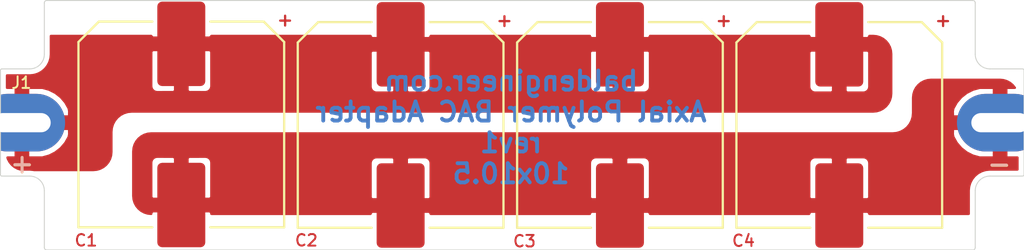
<source format=kicad_pcb>
(kicad_pcb (version 20171130) (host pcbnew "(5.1.7)-1")

  (general
    (thickness 1.6)
    (drawings 29)
    (tracks 0)
    (zones 0)
    (modules 6)
    (nets 3)
  )

  (page A4)
  (layers
    (0 F.Cu signal hide)
    (31 B.Cu signal)
    (32 B.Adhes user)
    (33 F.Adhes user)
    (34 B.Paste user)
    (35 F.Paste user)
    (36 B.SilkS user)
    (37 F.SilkS user)
    (38 B.Mask user)
    (39 F.Mask user)
    (40 Dwgs.User user)
    (41 Cmts.User user)
    (42 Eco1.User user)
    (43 Eco2.User user)
    (44 Edge.Cuts user)
    (45 Margin user)
    (46 B.CrtYd user hide)
    (47 F.CrtYd user hide)
    (48 B.Fab user hide)
    (49 F.Fab user hide)
  )

  (setup
    (last_trace_width 0.25)
    (trace_clearance 0.2)
    (zone_clearance 0.254)
    (zone_45_only no)
    (trace_min 0.2)
    (via_size 0.8)
    (via_drill 0.4)
    (via_min_size 0.4)
    (via_min_drill 0.3)
    (uvia_size 0.3)
    (uvia_drill 0.1)
    (uvias_allowed no)
    (uvia_min_size 0.2)
    (uvia_min_drill 0.1)
    (edge_width 0.05)
    (segment_width 0.2)
    (pcb_text_width 0.3)
    (pcb_text_size 1.5 1.5)
    (mod_edge_width 0.12)
    (mod_text_size 1 1)
    (mod_text_width 0.15)
    (pad_size 1.524 1.524)
    (pad_drill 0.762)
    (pad_to_mask_clearance 0.05)
    (aux_axis_origin 0 0)
    (visible_elements 7FFFFFFF)
    (pcbplotparams
      (layerselection 0x010fc_ffffffff)
      (usegerberextensions false)
      (usegerberattributes true)
      (usegerberadvancedattributes true)
      (creategerberjobfile true)
      (excludeedgelayer true)
      (linewidth 0.100000)
      (plotframeref false)
      (viasonmask false)
      (mode 1)
      (useauxorigin false)
      (hpglpennumber 1)
      (hpglpenspeed 20)
      (hpglpendiameter 15.000000)
      (psnegative false)
      (psa4output false)
      (plotreference true)
      (plotvalue true)
      (plotinvisibletext false)
      (padsonsilk false)
      (subtractmaskfromsilk false)
      (outputformat 1)
      (mirror false)
      (drillshape 1)
      (scaleselection 1)
      (outputdirectory ""))
  )

  (net 0 "")
  (net 1 /Cathode)
  (net 2 /Anode)

  (net_class Default "This is the default net class."
    (clearance 0.2)
    (trace_width 0.25)
    (via_dia 0.8)
    (via_drill 0.4)
    (uvia_dia 0.3)
    (uvia_drill 0.1)
    (add_net /Anode)
    (add_net /Cathode)
  )

  (module "My Libraries:CP_Elec_10x10.5-Modified_Silk" (layer F.Cu) (tedit 5F81DD19) (tstamp 5F813240)
    (at 108.7374 70.4596 270)
    (descr "SMD capacitor, aluminum electrolytic, Vishay 1010, 10.0x10.5mm, http://www.vishay.com/docs/28395/150crz.pdf")
    (tags "capacitor electrolytic")
    (path /5F8140C8)
    (attr smd)
    (fp_text reference C1 (at 6.04266 4.9657 180) (layer F.Cu)
      (effects (font (size 0.6 0.6) (thickness 0.1)))
    )
    (fp_text value CP_Small (at 0 6.3 270) (layer F.Fab)
      (effects (font (size 0.6 0.6) (thickness 0.1)))
    )
    (fp_circle (center 0 0) (end 5 0) (layer F.Fab) (width 0.1))
    (fp_line (start 5.25 -5.25) (end 5.25 5.25) (layer F.Fab) (width 0.1))
    (fp_line (start -4.25 -5.25) (end 5.25 -5.25) (layer F.Fab) (width 0.1))
    (fp_line (start -4.25 5.25) (end 5.25 5.25) (layer F.Fab) (width 0.1))
    (fp_line (start -5.25 -4.25) (end -5.25 4.25) (layer F.Fab) (width 0.1))
    (fp_line (start -5.25 -4.25) (end -4.25 -5.25) (layer F.Fab) (width 0.1))
    (fp_line (start -5.25 4.25) (end -4.25 5.25) (layer F.Fab) (width 0.1))
    (fp_line (start -4.558325 -1.7) (end -3.558325 -1.7) (layer F.Fab) (width 0.1))
    (fp_line (start -4.058325 -2.2) (end -4.058325 -1.2) (layer F.Fab) (width 0.1))
    (fp_line (start 5.36 5.36) (end 5.36 1.51) (layer F.SilkS) (width 0.12))
    (fp_line (start 5.36 -5.36) (end 5.36 -1.51) (layer F.SilkS) (width 0.12))
    (fp_line (start -4.295563 -5.36) (end 5.36 -5.36) (layer F.SilkS) (width 0.12))
    (fp_line (start -4.295563 5.36) (end 5.36 5.36) (layer F.SilkS) (width 0.12))
    (fp_line (start -5.36 4.295563) (end -5.36 1.51) (layer F.SilkS) (width 0.12))
    (fp_line (start -5.36 -4.295563) (end -5.36 -1.51) (layer F.SilkS) (width 0.12))
    (fp_line (start -5.36 -4.295563) (end -4.295563 -5.36) (layer F.SilkS) (width 0.12))
    (fp_line (start -5.36 4.295563) (end -4.295563 5.36) (layer F.SilkS) (width 0.12))
    (fp_line (start 5.5 -5.5) (end 5.5 -1.5) (layer F.CrtYd) (width 0.05))
    (fp_line (start 5.5 -1.5) (end 6.65 -1.5) (layer F.CrtYd) (width 0.05))
    (fp_line (start 6.65 -1.5) (end 6.65 1.5) (layer F.CrtYd) (width 0.05))
    (fp_line (start 6.65 1.5) (end 5.5 1.5) (layer F.CrtYd) (width 0.05))
    (fp_line (start 5.5 1.5) (end 5.5 5.5) (layer F.CrtYd) (width 0.05))
    (fp_line (start -4.35 5.5) (end 5.5 5.5) (layer F.CrtYd) (width 0.05))
    (fp_line (start -4.35 -5.5) (end 5.5 -5.5) (layer F.CrtYd) (width 0.05))
    (fp_line (start -5.5 4.35) (end -4.35 5.5) (layer F.CrtYd) (width 0.05))
    (fp_line (start -5.5 -4.35) (end -4.35 -5.5) (layer F.CrtYd) (width 0.05))
    (fp_line (start -5.5 -4.35) (end -5.5 -1.5) (layer F.CrtYd) (width 0.05))
    (fp_line (start -5.5 1.5) (end -5.5 4.35) (layer F.CrtYd) (width 0.05))
    (fp_line (start -5.5 -1.5) (end -6.65 -1.5) (layer F.CrtYd) (width 0.05))
    (fp_line (start -6.65 -1.5) (end -6.65 1.5) (layer F.CrtYd) (width 0.05))
    (fp_line (start -6.65 1.5) (end -5.5 1.5) (layer F.CrtYd) (width 0.05))
    (fp_line (start -5.4102 -5.6642) (end -5.4102 -5.1562) (layer F.Cu) (width 0.12))
    (fp_line (start -5.4102 -5.4102) (end -5.1562 -5.4102) (layer F.Cu) (width 0.12))
    (fp_line (start -5.4102 -5.4102) (end -5.6642 -5.4102) (layer F.Cu) (width 0.12))
    (fp_text user %R (at 0 0 270) (layer F.Fab)
      (effects (font (size 0.6 0.6) (thickness 0.1)))
    )
    (pad 1 smd roundrect (at -4.2 0 270) (size 4.4 2.5) (layers F.Cu F.Paste F.Mask) (roundrect_rratio 0.1)
      (net 2 /Anode))
    (pad 2 smd roundrect (at 4.2 0 270) (size 4.4 2.5) (layers F.Cu F.Paste F.Mask) (roundrect_rratio 0.1)
      (net 1 /Cathode))
    (model ${KISYS3DMOD}/Capacitor_SMD.3dshapes/CP_Elec_10x10.5.wrl
      (at (xyz 0 0 0))
      (scale (xyz 1 1 1))
      (rotate (xyz 0 0 0))
    )
  )

  (module "My Libraries:CP_Elec_10x10.5-Modified_Silk" (layer F.Cu) (tedit 5F81DD19) (tstamp 5F8228C6)
    (at 143.0274 70.485 270)
    (descr "SMD capacitor, aluminum electrolytic, Vishay 1010, 10.0x10.5mm, http://www.vishay.com/docs/28395/150crz.pdf")
    (tags "capacitor electrolytic")
    (path /5F81D5C9)
    (attr smd)
    (fp_text reference C4 (at 6.03758 4.99364 180) (layer F.Cu)
      (effects (font (size 0.6 0.6) (thickness 0.1)))
    )
    (fp_text value CP_Small (at 0 6.3 90) (layer F.Fab)
      (effects (font (size 0.6 0.6) (thickness 0.1)))
    )
    (fp_circle (center 0 0) (end 5 0) (layer F.Fab) (width 0.1))
    (fp_line (start 5.25 -5.25) (end 5.25 5.25) (layer F.Fab) (width 0.1))
    (fp_line (start -4.25 -5.25) (end 5.25 -5.25) (layer F.Fab) (width 0.1))
    (fp_line (start -4.25 5.25) (end 5.25 5.25) (layer F.Fab) (width 0.1))
    (fp_line (start -5.25 -4.25) (end -5.25 4.25) (layer F.Fab) (width 0.1))
    (fp_line (start -5.25 -4.25) (end -4.25 -5.25) (layer F.Fab) (width 0.1))
    (fp_line (start -5.25 4.25) (end -4.25 5.25) (layer F.Fab) (width 0.1))
    (fp_line (start -4.558325 -1.7) (end -3.558325 -1.7) (layer F.Fab) (width 0.1))
    (fp_line (start -4.058325 -2.2) (end -4.058325 -1.2) (layer F.Fab) (width 0.1))
    (fp_line (start 5.36 5.36) (end 5.36 1.51) (layer F.SilkS) (width 0.12))
    (fp_line (start 5.36 -5.36) (end 5.36 -1.51) (layer F.SilkS) (width 0.12))
    (fp_line (start -4.295563 -5.36) (end 5.36 -5.36) (layer F.SilkS) (width 0.12))
    (fp_line (start -4.295563 5.36) (end 5.36 5.36) (layer F.SilkS) (width 0.12))
    (fp_line (start -5.36 4.295563) (end -5.36 1.51) (layer F.SilkS) (width 0.12))
    (fp_line (start -5.36 -4.295563) (end -5.36 -1.51) (layer F.SilkS) (width 0.12))
    (fp_line (start -5.36 -4.295563) (end -4.295563 -5.36) (layer F.SilkS) (width 0.12))
    (fp_line (start -5.36 4.295563) (end -4.295563 5.36) (layer F.SilkS) (width 0.12))
    (fp_line (start 5.5 -5.5) (end 5.5 -1.5) (layer F.CrtYd) (width 0.05))
    (fp_line (start 5.5 -1.5) (end 6.65 -1.5) (layer F.CrtYd) (width 0.05))
    (fp_line (start 6.65 -1.5) (end 6.65 1.5) (layer F.CrtYd) (width 0.05))
    (fp_line (start 6.65 1.5) (end 5.5 1.5) (layer F.CrtYd) (width 0.05))
    (fp_line (start 5.5 1.5) (end 5.5 5.5) (layer F.CrtYd) (width 0.05))
    (fp_line (start -4.35 5.5) (end 5.5 5.5) (layer F.CrtYd) (width 0.05))
    (fp_line (start -4.35 -5.5) (end 5.5 -5.5) (layer F.CrtYd) (width 0.05))
    (fp_line (start -5.5 4.35) (end -4.35 5.5) (layer F.CrtYd) (width 0.05))
    (fp_line (start -5.5 -4.35) (end -4.35 -5.5) (layer F.CrtYd) (width 0.05))
    (fp_line (start -5.5 -4.35) (end -5.5 -1.5) (layer F.CrtYd) (width 0.05))
    (fp_line (start -5.5 1.5) (end -5.5 4.35) (layer F.CrtYd) (width 0.05))
    (fp_line (start -5.5 -1.5) (end -6.65 -1.5) (layer F.CrtYd) (width 0.05))
    (fp_line (start -6.65 -1.5) (end -6.65 1.5) (layer F.CrtYd) (width 0.05))
    (fp_line (start -6.65 1.5) (end -5.5 1.5) (layer F.CrtYd) (width 0.05))
    (fp_line (start -5.4102 -5.6642) (end -5.4102 -5.1562) (layer F.Cu) (width 0.12))
    (fp_line (start -5.4102 -5.4102) (end -5.1562 -5.4102) (layer F.Cu) (width 0.12))
    (fp_line (start -5.4102 -5.4102) (end -5.6642 -5.4102) (layer F.Cu) (width 0.12))
    (fp_text user %R (at 0 0 90) (layer F.Fab)
      (effects (font (size 0.6 0.6) (thickness 0.1)))
    )
    (pad 1 smd roundrect (at -4.2 0 270) (size 4.4 2.5) (layers F.Cu F.Paste F.Mask) (roundrect_rratio 0.1)
      (net 2 /Anode))
    (pad 2 smd roundrect (at 4.2 0 270) (size 4.4 2.5) (layers F.Cu F.Paste F.Mask) (roundrect_rratio 0.1)
      (net 1 /Cathode))
    (model ${KISYS3DMOD}/Capacitor_SMD.3dshapes/CP_Elec_10x10.5.wrl
      (at (xyz 0 0 0))
      (scale (xyz 1 1 1))
      (rotate (xyz 0 0 0))
    )
  )

  (module "My Libraries:CP_Elec_10x10.5-Modified_Silk" (layer F.Cu) (tedit 5F81DD19) (tstamp 5F82289E)
    (at 131.5974 70.485 270)
    (descr "SMD capacitor, aluminum electrolytic, Vishay 1010, 10.0x10.5mm, http://www.vishay.com/docs/28395/150crz.pdf")
    (tags "capacitor electrolytic")
    (path /5F81D0BE)
    (attr smd)
    (fp_text reference C3 (at 6.06044 4.97586 180) (layer F.Cu)
      (effects (font (size 0.6 0.6) (thickness 0.1)))
    )
    (fp_text value CP_Small (at 0 6.3 90) (layer F.Fab)
      (effects (font (size 0.6 0.6) (thickness 0.1)))
    )
    (fp_circle (center 0 0) (end 5 0) (layer F.Fab) (width 0.1))
    (fp_line (start 5.25 -5.25) (end 5.25 5.25) (layer F.Fab) (width 0.1))
    (fp_line (start -4.25 -5.25) (end 5.25 -5.25) (layer F.Fab) (width 0.1))
    (fp_line (start -4.25 5.25) (end 5.25 5.25) (layer F.Fab) (width 0.1))
    (fp_line (start -5.25 -4.25) (end -5.25 4.25) (layer F.Fab) (width 0.1))
    (fp_line (start -5.25 -4.25) (end -4.25 -5.25) (layer F.Fab) (width 0.1))
    (fp_line (start -5.25 4.25) (end -4.25 5.25) (layer F.Fab) (width 0.1))
    (fp_line (start -4.558325 -1.7) (end -3.558325 -1.7) (layer F.Fab) (width 0.1))
    (fp_line (start -4.058325 -2.2) (end -4.058325 -1.2) (layer F.Fab) (width 0.1))
    (fp_line (start 5.36 5.36) (end 5.36 1.51) (layer F.SilkS) (width 0.12))
    (fp_line (start 5.36 -5.36) (end 5.36 -1.51) (layer F.SilkS) (width 0.12))
    (fp_line (start -4.295563 -5.36) (end 5.36 -5.36) (layer F.SilkS) (width 0.12))
    (fp_line (start -4.295563 5.36) (end 5.36 5.36) (layer F.SilkS) (width 0.12))
    (fp_line (start -5.36 4.295563) (end -5.36 1.51) (layer F.SilkS) (width 0.12))
    (fp_line (start -5.36 -4.295563) (end -5.36 -1.51) (layer F.SilkS) (width 0.12))
    (fp_line (start -5.36 -4.295563) (end -4.295563 -5.36) (layer F.SilkS) (width 0.12))
    (fp_line (start -5.36 4.295563) (end -4.295563 5.36) (layer F.SilkS) (width 0.12))
    (fp_line (start 5.5 -5.5) (end 5.5 -1.5) (layer F.CrtYd) (width 0.05))
    (fp_line (start 5.5 -1.5) (end 6.65 -1.5) (layer F.CrtYd) (width 0.05))
    (fp_line (start 6.65 -1.5) (end 6.65 1.5) (layer F.CrtYd) (width 0.05))
    (fp_line (start 6.65 1.5) (end 5.5 1.5) (layer F.CrtYd) (width 0.05))
    (fp_line (start 5.5 1.5) (end 5.5 5.5) (layer F.CrtYd) (width 0.05))
    (fp_line (start -4.35 5.5) (end 5.5 5.5) (layer F.CrtYd) (width 0.05))
    (fp_line (start -4.35 -5.5) (end 5.5 -5.5) (layer F.CrtYd) (width 0.05))
    (fp_line (start -5.5 4.35) (end -4.35 5.5) (layer F.CrtYd) (width 0.05))
    (fp_line (start -5.5 -4.35) (end -4.35 -5.5) (layer F.CrtYd) (width 0.05))
    (fp_line (start -5.5 -4.35) (end -5.5 -1.5) (layer F.CrtYd) (width 0.05))
    (fp_line (start -5.5 1.5) (end -5.5 4.35) (layer F.CrtYd) (width 0.05))
    (fp_line (start -5.5 -1.5) (end -6.65 -1.5) (layer F.CrtYd) (width 0.05))
    (fp_line (start -6.65 -1.5) (end -6.65 1.5) (layer F.CrtYd) (width 0.05))
    (fp_line (start -6.65 1.5) (end -5.5 1.5) (layer F.CrtYd) (width 0.05))
    (fp_line (start -5.4102 -5.6642) (end -5.4102 -5.1562) (layer F.Cu) (width 0.12))
    (fp_line (start -5.4102 -5.4102) (end -5.1562 -5.4102) (layer F.Cu) (width 0.12))
    (fp_line (start -5.4102 -5.4102) (end -5.6642 -5.4102) (layer F.Cu) (width 0.12))
    (fp_text user %R (at 0 0 90) (layer F.Fab)
      (effects (font (size 0.6 0.6) (thickness 0.1)))
    )
    (pad 1 smd roundrect (at -4.2 0 270) (size 4.4 2.5) (layers F.Cu F.Paste F.Mask) (roundrect_rratio 0.1)
      (net 2 /Anode))
    (pad 2 smd roundrect (at 4.2 0 270) (size 4.4 2.5) (layers F.Cu F.Paste F.Mask) (roundrect_rratio 0.1)
      (net 1 /Cathode))
    (model ${KISYS3DMOD}/Capacitor_SMD.3dshapes/CP_Elec_10x10.5.wrl
      (at (xyz 0 0 0))
      (scale (xyz 1 1 1))
      (rotate (xyz 0 0 0))
    )
  )

  (module "My Libraries:CP_Elec_10x10.5-Modified_Silk" (layer F.Cu) (tedit 5F81DD19) (tstamp 5F822876)
    (at 120.1674 70.485 270)
    (descr "SMD capacitor, aluminum electrolytic, Vishay 1010, 10.0x10.5mm, http://www.vishay.com/docs/28395/150crz.pdf")
    (tags "capacitor electrolytic")
    (path /5F81C9E5)
    (attr smd)
    (fp_text reference C2 (at 6.01726 4.91236 180) (layer F.Cu)
      (effects (font (size 0.6 0.6) (thickness 0.1)))
    )
    (fp_text value CP_Small (at 0 6.3 90) (layer F.Fab)
      (effects (font (size 0.6 0.6) (thickness 0.1)))
    )
    (fp_circle (center 0 0) (end 5 0) (layer F.Fab) (width 0.1))
    (fp_line (start 5.25 -5.25) (end 5.25 5.25) (layer F.Fab) (width 0.1))
    (fp_line (start -4.25 -5.25) (end 5.25 -5.25) (layer F.Fab) (width 0.1))
    (fp_line (start -4.25 5.25) (end 5.25 5.25) (layer F.Fab) (width 0.1))
    (fp_line (start -5.25 -4.25) (end -5.25 4.25) (layer F.Fab) (width 0.1))
    (fp_line (start -5.25 -4.25) (end -4.25 -5.25) (layer F.Fab) (width 0.1))
    (fp_line (start -5.25 4.25) (end -4.25 5.25) (layer F.Fab) (width 0.1))
    (fp_line (start -4.558325 -1.7) (end -3.558325 -1.7) (layer F.Fab) (width 0.1))
    (fp_line (start -4.058325 -2.2) (end -4.058325 -1.2) (layer F.Fab) (width 0.1))
    (fp_line (start 5.36 5.36) (end 5.36 1.51) (layer F.SilkS) (width 0.12))
    (fp_line (start 5.36 -5.36) (end 5.36 -1.51) (layer F.SilkS) (width 0.12))
    (fp_line (start -4.295563 -5.36) (end 5.36 -5.36) (layer F.SilkS) (width 0.12))
    (fp_line (start -4.295563 5.36) (end 5.36 5.36) (layer F.SilkS) (width 0.12))
    (fp_line (start -5.36 4.295563) (end -5.36 1.51) (layer F.SilkS) (width 0.12))
    (fp_line (start -5.36 -4.295563) (end -5.36 -1.51) (layer F.SilkS) (width 0.12))
    (fp_line (start -5.36 -4.295563) (end -4.295563 -5.36) (layer F.SilkS) (width 0.12))
    (fp_line (start -5.36 4.295563) (end -4.295563 5.36) (layer F.SilkS) (width 0.12))
    (fp_line (start 5.5 -5.5) (end 5.5 -1.5) (layer F.CrtYd) (width 0.05))
    (fp_line (start 5.5 -1.5) (end 6.65 -1.5) (layer F.CrtYd) (width 0.05))
    (fp_line (start 6.65 -1.5) (end 6.65 1.5) (layer F.CrtYd) (width 0.05))
    (fp_line (start 6.65 1.5) (end 5.5 1.5) (layer F.CrtYd) (width 0.05))
    (fp_line (start 5.5 1.5) (end 5.5 5.5) (layer F.CrtYd) (width 0.05))
    (fp_line (start -4.35 5.5) (end 5.5 5.5) (layer F.CrtYd) (width 0.05))
    (fp_line (start -4.35 -5.5) (end 5.5 -5.5) (layer F.CrtYd) (width 0.05))
    (fp_line (start -5.5 4.35) (end -4.35 5.5) (layer F.CrtYd) (width 0.05))
    (fp_line (start -5.5 -4.35) (end -4.35 -5.5) (layer F.CrtYd) (width 0.05))
    (fp_line (start -5.5 -4.35) (end -5.5 -1.5) (layer F.CrtYd) (width 0.05))
    (fp_line (start -5.5 1.5) (end -5.5 4.35) (layer F.CrtYd) (width 0.05))
    (fp_line (start -5.5 -1.5) (end -6.65 -1.5) (layer F.CrtYd) (width 0.05))
    (fp_line (start -6.65 -1.5) (end -6.65 1.5) (layer F.CrtYd) (width 0.05))
    (fp_line (start -6.65 1.5) (end -5.5 1.5) (layer F.CrtYd) (width 0.05))
    (fp_line (start -5.4102 -5.6642) (end -5.4102 -5.1562) (layer F.Cu) (width 0.12))
    (fp_line (start -5.4102 -5.4102) (end -5.1562 -5.4102) (layer F.Cu) (width 0.12))
    (fp_line (start -5.4102 -5.4102) (end -5.6642 -5.4102) (layer F.Cu) (width 0.12))
    (fp_text user %R (at 0 0 90) (layer F.Fab)
      (effects (font (size 0.6 0.6) (thickness 0.1)))
    )
    (pad 1 smd roundrect (at -4.2 0 270) (size 4.4 2.5) (layers F.Cu F.Paste F.Mask) (roundrect_rratio 0.1)
      (net 2 /Anode))
    (pad 2 smd roundrect (at 4.2 0 270) (size 4.4 2.5) (layers F.Cu F.Paste F.Mask) (roundrect_rratio 0.1)
      (net 1 /Cathode))
    (model ${KISYS3DMOD}/Capacitor_SMD.3dshapes/CP_Elec_10x10.5.wrl
      (at (xyz 0 0 0))
      (scale (xyz 1 1 1))
      (rotate (xyz 0 0 0))
    )
  )

  (module "My Libraries:Slot-Conn_1x1" (layer F.Cu) (tedit 5F81C9AB) (tstamp 5F8132CC)
    (at 151.4094 70.3675)
    (path /5F816072)
    (fp_text reference J2 (at -0.0254 -2.0828) (layer F.SilkS) hide
      (effects (font (size 0.6 0.6) (thickness 0.1)))
    )
    (fp_text value Cathode (at 0 2.2352) (layer F.Fab)
      (effects (font (size 0.6 0.6) (thickness 0.1)))
    )
    (pad 1 thru_hole oval (at 0 0) (size 4.5 3) (drill oval 3 1) (layers *.Cu *.Mask)
      (net 1 /Cathode))
  )

  (module "My Libraries:Slot-Conn_1x1" (layer F.Cu) (tedit 5F81C9AB) (tstamp 5F8132C2)
    (at 100.4316 70.3675)
    (path /5F815AD2)
    (fp_text reference J1 (at -0.0254 -2.0828) (layer F.SilkS)
      (effects (font (size 0.6 0.6) (thickness 0.1)))
    )
    (fp_text value Anode (at 0 2.2352) (layer F.Fab)
      (effects (font (size 0.6 0.6) (thickness 0.1)))
    )
    (pad 1 thru_hole oval (at 0 0) (size 4.5 3) (drill oval 3 1) (layers *.Cu *.Mask)
      (net 2 /Anode))
  )

  (gr_text "baldengineer.com\nAxial Polymer BAC Adapter\nrev1\n10x10.5" (at 125.920499 70.612) (layer B.Cu)
    (effects (font (size 1 1) (thickness 0.2)) (justify mirror))
  )
  (gr_text + (at 100.43922 72.62876 180) (layer B.SilkS) (tstamp 5F8256D5)
    (effects (font (size 1 1) (thickness 0.15)) (justify mirror))
  )
  (gr_text + (at 100.4443 72.4916) (layer F.SilkS)
    (effects (font (size 1 1) (thickness 0.15)))
  )
  (gr_text - (at 151.3586 72.64908 180) (layer B.SilkS) (tstamp 5F8256D0)
    (effects (font (size 1 1) (thickness 0.15)) (justify mirror))
  )
  (gr_text - (at 151.3713 72.517) (layer F.SilkS)
    (effects (font (size 1 1) (thickness 0.15)))
  )
  (gr_arc (start 149.9889 64.125381) (end 150.1139 64.12538) (angle -95.54806921) (layer Edge.Cuts) (width 0.05) (tstamp 5F824F58))
  (gr_arc (start 101.72446 64.12484) (end 101.72446 63.99984) (angle -95.54806921) (layer Edge.Cuts) (width 0.05) (tstamp 5F824F58))
  (gr_arc (start 101.72446 76.8751) (end 101.72446 77.0001) (angle 95.5) (layer Edge.Cuts) (width 0.05) (tstamp 5F824F58))
  (gr_arc (start 149.989 76.875) (end 149.989 77) (angle -95.54806921) (layer Edge.Cuts) (width 0.05))
  (gr_arc (start 150.876 73.914) (end 150.876 73.152) (angle -90) (layer Edge.Cuts) (width 0.05))
  (gr_arc (start 152.5778 73.0758) (end 152.5778 73.152) (angle -90) (layer Edge.Cuts) (width 0.05))
  (gr_arc (start 152.5778 67.6402) (end 152.654 67.6402) (angle -90) (layer Edge.Cuts) (width 0.05))
  (gr_arc (start 150.876 66.802) (end 150.114 66.802) (angle -90) (layer Edge.Cuts) (width 0.05))
  (gr_arc (start 99.3902 67.6402) (end 99.3902 67.564) (angle -90) (layer Edge.Cuts) (width 0.05))
  (gr_arc (start 99.3902 73.0758) (end 99.314 73.0758) (angle -90) (layer Edge.Cuts) (width 0.05))
  (gr_arc (start 100.838 73.914) (end 101.6 73.914) (angle -90) (layer Edge.Cuts) (width 0.05))
  (gr_arc (start 100.838 66.802) (end 100.838 67.564) (angle -90) (layer Edge.Cuts) (width 0.05))
  (gr_line (start 101.72446 63.99984) (end 149.976814 64.000967) (layer Edge.Cuts) (width 0.05))
  (gr_line (start 99.3902 73.152) (end 100.838 73.152) (layer Edge.Cuts) (width 0.05) (tstamp 5F823F5F))
  (gr_line (start 150.114 73.914) (end 150.113414 76.862915) (layer Edge.Cuts) (width 0.05))
  (gr_line (start 152.5778 73.152) (end 150.876 73.152) (layer Edge.Cuts) (width 0.05))
  (gr_line (start 152.654 67.6402) (end 152.654 73.0758) (layer Edge.Cuts) (width 0.05))
  (gr_line (start 150.876 67.564) (end 152.5778 67.564) (layer Edge.Cuts) (width 0.05))
  (gr_line (start 150.1139 64.12538) (end 150.114 66.802) (layer Edge.Cuts) (width 0.05))
  (gr_line (start 101.6 73.914) (end 101.600035 76.863119) (layer Edge.Cuts) (width 0.05))
  (gr_line (start 99.314 67.6402) (end 99.314 73.0758) (layer Edge.Cuts) (width 0.05))
  (gr_line (start 100.838 67.564) (end 99.3902 67.564) (layer Edge.Cuts) (width 0.05))
  (gr_line (start 101.600046 64.136925) (end 101.6 66.802) (layer Edge.Cuts) (width 0.05))
  (gr_line (start 101.72446 77.0001) (end 149.989 77) (layer Edge.Cuts) (width 0.05))

  (zone (net 2) (net_name /Anode) (layer F.Cu) (tstamp 0) (hatch edge 0.508)
    (connect_pads (clearance 0.254))
    (min_thickness 0.127)
    (fill yes (arc_segments 32) (thermal_gap 0.254) (thermal_bridge_width 0.768) (smoothing fillet) (radius 1))
    (polygon
      (pts
        (xy 145.796 69.85) (xy 105.156 69.85) (xy 105.156 72.898) (xy 99.568 72.898) (xy 99.568 65.786)
        (xy 145.796 65.786)
      )
    )
    (filled_polygon
      (pts
        (xy 107.1699 65.859725) (xy 107.249275 65.9391) (xy 108.4169 65.9391) (xy 108.4169 65.9191) (xy 109.0579 65.9191)
        (xy 109.0579 65.9391) (xy 110.225525 65.9391) (xy 110.3049 65.859725) (xy 110.304909 65.8495) (xy 118.59987 65.8495)
        (xy 118.5999 65.885125) (xy 118.679275 65.9645) (xy 119.8469 65.9645) (xy 119.8469 65.9445) (xy 120.4879 65.9445)
        (xy 120.4879 65.9645) (xy 121.655525 65.9645) (xy 121.7349 65.885125) (xy 121.73493 65.8495) (xy 130.02987 65.8495)
        (xy 130.0299 65.885125) (xy 130.109275 65.9645) (xy 131.2769 65.9645) (xy 131.2769 65.9445) (xy 131.9179 65.9445)
        (xy 131.9179 65.9645) (xy 133.085525 65.9645) (xy 133.1649 65.885125) (xy 133.16493 65.8495) (xy 141.45987 65.8495)
        (xy 141.4599 65.885125) (xy 141.539275 65.9645) (xy 142.7069 65.9645) (xy 142.7069 65.9445) (xy 143.3479 65.9445)
        (xy 143.3479 65.9645) (xy 144.515525 65.9645) (xy 144.5949 65.885125) (xy 144.59493 65.8495) (xy 144.792883 65.8495)
        (xy 144.978639 65.867796) (xy 145.154266 65.921071) (xy 145.316122 66.007585) (xy 145.457989 66.124011) (xy 145.574415 66.265878)
        (xy 145.660929 66.427734) (xy 145.714204 66.603361) (xy 145.7325 66.789117) (xy 145.7325 68.846883) (xy 145.714204 69.032639)
        (xy 145.660929 69.208266) (xy 145.574415 69.370122) (xy 145.457989 69.511989) (xy 145.316122 69.628415) (xy 145.154266 69.714929)
        (xy 144.978639 69.768204) (xy 144.792883 69.7865) (xy 106.156 69.7865) (xy 106.149776 69.786806) (xy 105.954686 69.806021)
        (xy 105.942477 69.808449) (xy 105.754884 69.865354) (xy 105.743383 69.870118) (xy 105.570496 69.962528) (xy 105.560146 69.969444)
        (xy 105.408609 70.093807) (xy 105.399807 70.102609) (xy 105.275444 70.254146) (xy 105.268528 70.264496) (xy 105.176118 70.437383)
        (xy 105.171354 70.448884) (xy 105.114449 70.636477) (xy 105.112021 70.648686) (xy 105.092806 70.843776) (xy 105.0925 70.85)
        (xy 105.0925 71.894883) (xy 105.074204 72.080639) (xy 105.020929 72.256266) (xy 104.934415 72.418122) (xy 104.817989 72.559989)
        (xy 104.676122 72.676415) (xy 104.514266 72.762929) (xy 104.338639 72.816204) (xy 104.152883 72.8345) (xy 101.064141 72.8345)
        (xy 101.054574 72.832606) (xy 101.024185 72.826146) (xy 101.019431 72.825647) (xy 101.019429 72.825647) (xy 100.87188 72.81118)
        (xy 100.854824 72.8095) (xy 100.363261 72.8095) (xy 100.209734 72.762929) (xy 100.047878 72.676415) (xy 99.906011 72.559989)
        (xy 99.789585 72.418122) (xy 99.703071 72.256266) (xy 99.681453 72.185) (xy 100.1111 72.185) (xy 100.1111 70.688)
        (xy 100.7521 70.688) (xy 100.7521 72.185) (xy 101.5021 72.185) (xy 101.850518 72.087551) (xy 102.17323 71.924001)
        (xy 102.457834 71.700636) (xy 102.693393 71.426039) (xy 102.870855 71.110763) (xy 102.898455 70.963918) (xy 102.88992 70.688)
        (xy 100.7521 70.688) (xy 100.1111 70.688) (xy 100.0911 70.688) (xy 100.0911 70.047) (xy 100.1111 70.047)
        (xy 100.1111 68.55) (xy 100.7521 68.55) (xy 100.7521 70.047) (xy 102.88992 70.047) (xy 102.898455 69.771082)
        (xy 102.870855 69.624237) (xy 102.693393 69.308961) (xy 102.457834 69.034364) (xy 102.17323 68.810999) (xy 101.850518 68.647449)
        (xy 101.5021 68.55) (xy 100.7521 68.55) (xy 100.1111 68.55) (xy 99.6565 68.55) (xy 99.6565 68.4596)
        (xy 107.168364 68.4596) (xy 107.174494 68.521841) (xy 107.192649 68.58169) (xy 107.222131 68.636847) (xy 107.261807 68.685193)
        (xy 107.310153 68.724869) (xy 107.36531 68.754351) (xy 107.425159 68.772506) (xy 107.4874 68.778636) (xy 108.337525 68.7771)
        (xy 108.4169 68.697725) (xy 108.4169 66.5801) (xy 109.0579 66.5801) (xy 109.0579 68.697725) (xy 109.137275 68.7771)
        (xy 109.9874 68.778636) (xy 110.049641 68.772506) (xy 110.10949 68.754351) (xy 110.164647 68.724869) (xy 110.212993 68.685193)
        (xy 110.252669 68.636847) (xy 110.282151 68.58169) (xy 110.300306 68.521841) (xy 110.303934 68.485) (xy 118.598364 68.485)
        (xy 118.604494 68.547241) (xy 118.622649 68.60709) (xy 118.652131 68.662247) (xy 118.691807 68.710593) (xy 118.740153 68.750269)
        (xy 118.79531 68.779751) (xy 118.855159 68.797906) (xy 118.9174 68.804036) (xy 119.767525 68.8025) (xy 119.8469 68.723125)
        (xy 119.8469 66.6055) (xy 120.4879 66.6055) (xy 120.4879 68.723125) (xy 120.567275 68.8025) (xy 121.4174 68.804036)
        (xy 121.479641 68.797906) (xy 121.53949 68.779751) (xy 121.594647 68.750269) (xy 121.642993 68.710593) (xy 121.682669 68.662247)
        (xy 121.712151 68.60709) (xy 121.730306 68.547241) (xy 121.736436 68.485) (xy 130.028364 68.485) (xy 130.034494 68.547241)
        (xy 130.052649 68.60709) (xy 130.082131 68.662247) (xy 130.121807 68.710593) (xy 130.170153 68.750269) (xy 130.22531 68.779751)
        (xy 130.285159 68.797906) (xy 130.3474 68.804036) (xy 131.197525 68.8025) (xy 131.2769 68.723125) (xy 131.2769 66.6055)
        (xy 131.9179 66.6055) (xy 131.9179 68.723125) (xy 131.997275 68.8025) (xy 132.8474 68.804036) (xy 132.909641 68.797906)
        (xy 132.96949 68.779751) (xy 133.024647 68.750269) (xy 133.072993 68.710593) (xy 133.112669 68.662247) (xy 133.142151 68.60709)
        (xy 133.160306 68.547241) (xy 133.166436 68.485) (xy 141.458364 68.485) (xy 141.464494 68.547241) (xy 141.482649 68.60709)
        (xy 141.512131 68.662247) (xy 141.551807 68.710593) (xy 141.600153 68.750269) (xy 141.65531 68.779751) (xy 141.715159 68.797906)
        (xy 141.7774 68.804036) (xy 142.627525 68.8025) (xy 142.7069 68.723125) (xy 142.7069 66.6055) (xy 143.3479 66.6055)
        (xy 143.3479 68.723125) (xy 143.427275 68.8025) (xy 144.2774 68.804036) (xy 144.339641 68.797906) (xy 144.39949 68.779751)
        (xy 144.454647 68.750269) (xy 144.502993 68.710593) (xy 144.542669 68.662247) (xy 144.572151 68.60709) (xy 144.590306 68.547241)
        (xy 144.596436 68.485) (xy 144.5949 66.684875) (xy 144.515525 66.6055) (xy 143.3479 66.6055) (xy 142.7069 66.6055)
        (xy 141.539275 66.6055) (xy 141.4599 66.684875) (xy 141.458364 68.485) (xy 133.166436 68.485) (xy 133.1649 66.684875)
        (xy 133.085525 66.6055) (xy 131.9179 66.6055) (xy 131.2769 66.6055) (xy 130.109275 66.6055) (xy 130.0299 66.684875)
        (xy 130.028364 68.485) (xy 121.736436 68.485) (xy 121.7349 66.684875) (xy 121.655525 66.6055) (xy 120.4879 66.6055)
        (xy 119.8469 66.6055) (xy 118.679275 66.6055) (xy 118.5999 66.684875) (xy 118.598364 68.485) (xy 110.303934 68.485)
        (xy 110.306436 68.4596) (xy 110.3049 66.659475) (xy 110.225525 66.5801) (xy 109.0579 66.5801) (xy 108.4169 66.5801)
        (xy 107.249275 66.5801) (xy 107.1699 66.659475) (xy 107.168364 68.4596) (xy 99.6565 68.4596) (xy 99.6565 67.9065)
        (xy 100.854824 67.9065) (xy 100.869656 67.905039) (xy 100.874362 67.905072) (xy 100.879121 67.904605) (xy 101.027022 67.88906)
        (xy 101.057414 67.882821) (xy 101.087921 67.877002) (xy 101.092495 67.87562) (xy 101.092501 67.875619) (xy 101.092507 67.875617)
        (xy 101.234566 67.831643) (xy 101.263132 67.819635) (xy 101.291966 67.807985) (xy 101.296188 67.80574) (xy 101.427006 67.735007)
        (xy 101.452703 67.717674) (xy 101.478718 67.70065) (xy 101.482423 67.697627) (xy 101.597012 67.602831) (xy 101.61885 67.580839)
        (xy 101.641064 67.559086) (xy 101.644112 67.555401) (xy 101.738104 67.440154) (xy 101.755252 67.414344) (xy 101.772821 67.388685)
        (xy 101.775095 67.384479) (xy 101.844913 67.25317) (xy 101.856728 67.224505) (xy 101.868972 67.195938) (xy 101.870386 67.19137)
        (xy 101.91337 67.049001) (xy 101.919394 67.018574) (xy 101.925854 66.988185) (xy 101.926353 66.983429) (xy 101.940865 66.835421)
        (xy 101.940865 66.835416) (xy 101.942499 66.818829) (xy 101.942516 65.8495) (xy 107.169891 65.8495)
      )
    )
  )
  (zone (net 1) (net_name /Cathode) (layer F.Cu) (tstamp 0) (hatch edge 0.508)
    (connect_pads (clearance 0.254))
    (min_thickness 0.127)
    (fill yes (arc_segments 32) (thermal_gap 0.254) (thermal_bridge_width 0.768) (smoothing fillet) (radius 1))
    (polygon
      (pts
        (xy 152.4 75.184) (xy 106.172 75.184) (xy 106.172 70.866) (xy 146.812 70.866) (xy 146.812 68.072)
        (xy 152.4 68.072)
      )
    )
    (filled_polygon
      (pts
        (xy 151.582639 68.153796) (xy 151.758266 68.207071) (xy 151.920122 68.293585) (xy 152.061989 68.410011) (xy 152.176874 68.55)
        (xy 151.7299 68.55) (xy 151.7299 70.047) (xy 151.7499 70.047) (xy 151.7499 70.688) (xy 151.7299 70.688)
        (xy 151.7299 72.185) (xy 152.311501 72.185) (xy 152.311501 72.8095) (xy 150.859176 72.8095) (xy 150.844344 72.810961)
        (xy 150.839639 72.810928) (xy 150.834879 72.811395) (xy 150.686978 72.82694) (xy 150.656586 72.833179) (xy 150.626079 72.838998)
        (xy 150.621505 72.84038) (xy 150.621499 72.840381) (xy 150.621493 72.840383) (xy 150.479435 72.884357) (xy 150.450854 72.896371)
        (xy 150.422034 72.908015) (xy 150.417812 72.91026) (xy 150.286994 72.980993) (xy 150.261297 72.998326) (xy 150.235282 73.01535)
        (xy 150.231577 73.018373) (xy 150.116989 73.113169) (xy 150.095133 73.135178) (xy 150.072936 73.156915) (xy 150.069888 73.160599)
        (xy 149.975895 73.275846) (xy 149.958742 73.301664) (xy 149.941179 73.327314) (xy 149.938905 73.331521) (xy 149.869087 73.462829)
        (xy 149.857261 73.49152) (xy 149.845028 73.520062) (xy 149.843614 73.52463) (xy 149.80063 73.666999) (xy 149.794606 73.697426)
        (xy 149.788146 73.727815) (xy 149.787647 73.732571) (xy 149.773135 73.880578) (xy 149.771504 73.897108) (xy 149.771261 75.1205)
        (xy 144.59493 75.1205) (xy 144.5949 75.084875) (xy 144.515525 75.0055) (xy 143.3479 75.0055) (xy 143.3479 75.0255)
        (xy 142.7069 75.0255) (xy 142.7069 75.0055) (xy 141.539275 75.0055) (xy 141.4599 75.084875) (xy 141.45987 75.1205)
        (xy 133.16493 75.1205) (xy 133.1649 75.084875) (xy 133.085525 75.0055) (xy 131.9179 75.0055) (xy 131.9179 75.0255)
        (xy 131.2769 75.0255) (xy 131.2769 75.0055) (xy 130.109275 75.0055) (xy 130.0299 75.084875) (xy 130.02987 75.1205)
        (xy 121.73493 75.1205) (xy 121.7349 75.084875) (xy 121.655525 75.0055) (xy 120.4879 75.0055) (xy 120.4879 75.0255)
        (xy 119.8469 75.0255) (xy 119.8469 75.0055) (xy 118.679275 75.0055) (xy 118.5999 75.084875) (xy 118.59987 75.1205)
        (xy 110.304952 75.1205) (xy 110.3049 75.059475) (xy 110.225525 74.9801) (xy 109.0579 74.9801) (xy 109.0579 75.0001)
        (xy 108.4169 75.0001) (xy 108.4169 74.9801) (xy 107.249275 74.9801) (xy 107.1699 75.059475) (xy 107.169848 75.119981)
        (xy 106.989361 75.102204) (xy 106.813734 75.048929) (xy 106.651878 74.962415) (xy 106.510011 74.845989) (xy 106.393585 74.704122)
        (xy 106.307071 74.542266) (xy 106.253796 74.366639) (xy 106.2355 74.180883) (xy 106.2355 72.4596) (xy 107.168364 72.4596)
        (xy 107.1699 74.259725) (xy 107.249275 74.3391) (xy 108.4169 74.3391) (xy 108.4169 72.221475) (xy 109.0579 72.221475)
        (xy 109.0579 74.3391) (xy 110.225525 74.3391) (xy 110.3049 74.259725) (xy 110.306414 72.485) (xy 118.598364 72.485)
        (xy 118.5999 74.285125) (xy 118.679275 74.3645) (xy 119.8469 74.3645) (xy 119.8469 72.246875) (xy 120.4879 72.246875)
        (xy 120.4879 74.3645) (xy 121.655525 74.3645) (xy 121.7349 74.285125) (xy 121.736436 72.485) (xy 130.028364 72.485)
        (xy 130.0299 74.285125) (xy 130.109275 74.3645) (xy 131.2769 74.3645) (xy 131.2769 72.246875) (xy 131.9179 72.246875)
        (xy 131.9179 74.3645) (xy 133.085525 74.3645) (xy 133.1649 74.285125) (xy 133.166436 72.485) (xy 141.458364 72.485)
        (xy 141.4599 74.285125) (xy 141.539275 74.3645) (xy 142.7069 74.3645) (xy 142.7069 72.246875) (xy 143.3479 72.246875)
        (xy 143.3479 74.3645) (xy 144.515525 74.3645) (xy 144.5949 74.285125) (xy 144.596436 72.485) (xy 144.590306 72.422759)
        (xy 144.572151 72.36291) (xy 144.542669 72.307753) (xy 144.502993 72.259407) (xy 144.454647 72.219731) (xy 144.39949 72.190249)
        (xy 144.339641 72.172094) (xy 144.2774 72.165964) (xy 143.427275 72.1675) (xy 143.3479 72.246875) (xy 142.7069 72.246875)
        (xy 142.627525 72.1675) (xy 141.7774 72.165964) (xy 141.715159 72.172094) (xy 141.65531 72.190249) (xy 141.600153 72.219731)
        (xy 141.551807 72.259407) (xy 141.512131 72.307753) (xy 141.482649 72.36291) (xy 141.464494 72.422759) (xy 141.458364 72.485)
        (xy 133.166436 72.485) (xy 133.160306 72.422759) (xy 133.142151 72.36291) (xy 133.112669 72.307753) (xy 133.072993 72.259407)
        (xy 133.024647 72.219731) (xy 132.96949 72.190249) (xy 132.909641 72.172094) (xy 132.8474 72.165964) (xy 131.997275 72.1675)
        (xy 131.9179 72.246875) (xy 131.2769 72.246875) (xy 131.197525 72.1675) (xy 130.3474 72.165964) (xy 130.285159 72.172094)
        (xy 130.22531 72.190249) (xy 130.170153 72.219731) (xy 130.121807 72.259407) (xy 130.082131 72.307753) (xy 130.052649 72.36291)
        (xy 130.034494 72.422759) (xy 130.028364 72.485) (xy 121.736436 72.485) (xy 121.730306 72.422759) (xy 121.712151 72.36291)
        (xy 121.682669 72.307753) (xy 121.642993 72.259407) (xy 121.594647 72.219731) (xy 121.53949 72.190249) (xy 121.479641 72.172094)
        (xy 121.4174 72.165964) (xy 120.567275 72.1675) (xy 120.4879 72.246875) (xy 119.8469 72.246875) (xy 119.767525 72.1675)
        (xy 118.9174 72.165964) (xy 118.855159 72.172094) (xy 118.79531 72.190249) (xy 118.740153 72.219731) (xy 118.691807 72.259407)
        (xy 118.652131 72.307753) (xy 118.622649 72.36291) (xy 118.604494 72.422759) (xy 118.598364 72.485) (xy 110.306414 72.485)
        (xy 110.306436 72.4596) (xy 110.300306 72.397359) (xy 110.282151 72.33751) (xy 110.252669 72.282353) (xy 110.212993 72.234007)
        (xy 110.164647 72.194331) (xy 110.10949 72.164849) (xy 110.049641 72.146694) (xy 109.9874 72.140564) (xy 109.137275 72.1421)
        (xy 109.0579 72.221475) (xy 108.4169 72.221475) (xy 108.337525 72.1421) (xy 107.4874 72.140564) (xy 107.425159 72.146694)
        (xy 107.36531 72.164849) (xy 107.310153 72.194331) (xy 107.261807 72.234007) (xy 107.222131 72.282353) (xy 107.192649 72.33751)
        (xy 107.174494 72.397359) (xy 107.168364 72.4596) (xy 106.2355 72.4596) (xy 106.2355 71.869117) (xy 106.253796 71.683361)
        (xy 106.307071 71.507734) (xy 106.393585 71.345878) (xy 106.510011 71.204011) (xy 106.651878 71.087585) (xy 106.813734 71.001071)
        (xy 106.936213 70.963918) (xy 148.942545 70.963918) (xy 148.970145 71.110763) (xy 149.147607 71.426039) (xy 149.383166 71.700636)
        (xy 149.66777 71.924001) (xy 149.990482 72.087551) (xy 150.3389 72.185) (xy 151.0889 72.185) (xy 151.0889 70.688)
        (xy 148.95108 70.688) (xy 148.942545 70.963918) (xy 106.936213 70.963918) (xy 106.989361 70.947796) (xy 107.175117 70.9295)
        (xy 145.812 70.9295) (xy 145.818224 70.929194) (xy 146.013314 70.909979) (xy 146.025523 70.907551) (xy 146.213116 70.850646)
        (xy 146.224617 70.845882) (xy 146.397504 70.753472) (xy 146.407854 70.746556) (xy 146.559391 70.622193) (xy 146.568193 70.613391)
        (xy 146.692556 70.461854) (xy 146.699472 70.451504) (xy 146.791882 70.278617) (xy 146.796646 70.267116) (xy 146.853551 70.079523)
        (xy 146.855979 70.067314) (xy 146.875194 69.872224) (xy 146.8755 69.866) (xy 146.8755 69.771082) (xy 148.942545 69.771082)
        (xy 148.95108 70.047) (xy 151.0889 70.047) (xy 151.0889 68.55) (xy 150.3389 68.55) (xy 149.990482 68.647449)
        (xy 149.66777 68.810999) (xy 149.383166 69.034364) (xy 149.147607 69.308961) (xy 148.970145 69.624237) (xy 148.942545 69.771082)
        (xy 146.8755 69.771082) (xy 146.8755 69.075117) (xy 146.893796 68.889361) (xy 146.947071 68.713734) (xy 147.033585 68.551878)
        (xy 147.150011 68.410011) (xy 147.291878 68.293585) (xy 147.453734 68.207071) (xy 147.629361 68.153796) (xy 147.815117 68.1355)
        (xy 151.396883 68.1355)
      )
    )
  )
)

</source>
